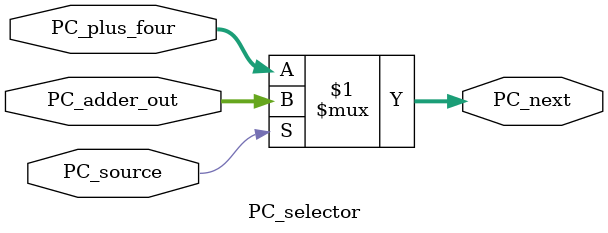
<source format=v>
`timescale 1ns / 1ps


module PC_selector(
    input           PC_source,
    input   [31:0]  PC_plus_four, PC_adder_out,
    output  [31:0]  PC_next
);


    assign PC_next = (PC_source) ? PC_adder_out : PC_plus_four;
endmodule

</source>
